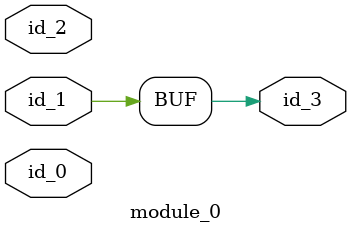
<source format=v>
module module_0 (
    input  id_0,
    input  id_1,
    input  id_2,
    output id_3
);
  assign id_3 = id_1;
endmodule

</source>
